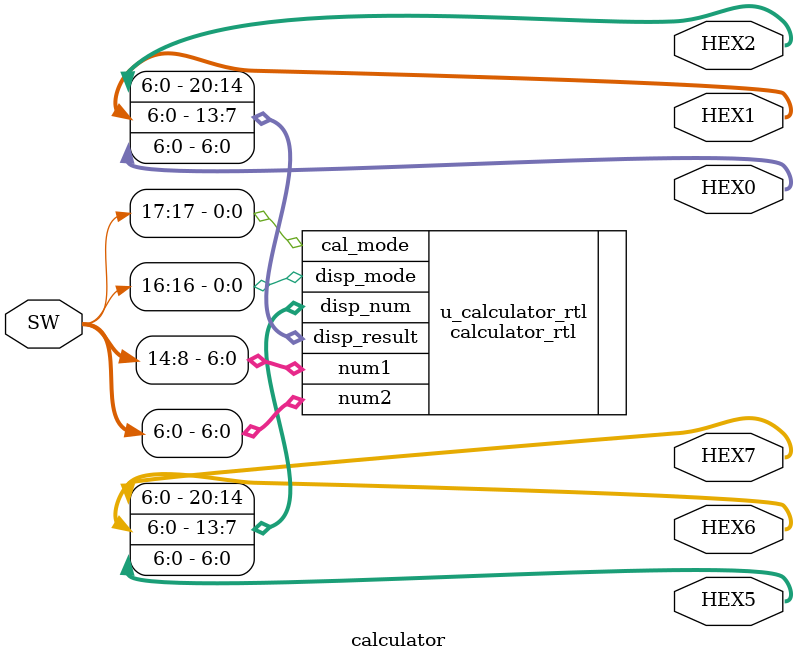
<source format=v>
module calculator(
    input [17: 0] SW,
    output [6: 0] HEX7,
    output [6: 0] HEX6,
    output [6: 0] HEX5,
    output [6: 0] HEX2,
    output [6: 0] HEX1,
    output [6: 0] HEX0
);
    
    calculator_rtl u_calculator_rtl(
        .cal_mode    	(SW[17]             ),
        .disp_mode   	(SW[16]             ),
        .num1        	(SW[14: 8]          ),
        .num2        	(SW[6: 0]           ),
        .disp_num    	({HEX7, HEX6, HEX5} ),
        .disp_result 	({HEX2, HEX1, HEX0} )
    );
    
endmodule
</source>
